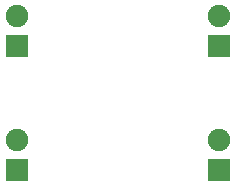
<source format=gbs>
G04 Layer: BottomSolderMaskLayer*
G04 EasyEDA Pro v2.2.37.7, 2025-06-16 05:36:05*
G04 Gerber Generator version 0.3*
G04 Scale: 100 percent, Rotated: No, Reflected: No*
G04 Dimensions in millimeters*
G04 Leading zeros omitted, absolute positions, 4 integers and 5 decimals*
%FSLAX45Y45*%
%MOMM*%
%AMRoundRect*1,1,$1,$2,$3*1,1,$1,$4,$5*1,1,$1,0-$2,0-$3*1,1,$1,0-$4,0-$5*20,1,$1,$2,$3,$4,$5,0*20,1,$1,$4,$5,0-$2,0-$3,0*20,1,$1,0-$2,0-$3,0-$4,0-$5,0*20,1,$1,0-$4,0-$5,$2,$3,0*4,1,4,$2,$3,$4,$5,0-$2,0-$3,0-$4,0-$5,$2,$3,0*%
%ADD10C,1.902*%
%ADD11RoundRect,0.09681X-0.90259X-0.90259X-0.90259X0.90259*%
G75*


G04 Pad Start*
G54D10*
G01X3644900Y-393700D03*
G54D11*
G01X3644900Y-647700D03*
G54D10*
G01X5359400Y-393700D03*
G54D11*
G01X5359400Y-647700D03*
G54D10*
G01X3644900Y-1447800D03*
G54D11*
G01X3644900Y-1701800D03*
G54D10*
G01X5359400Y-1447800D03*
G54D11*
G01X5359400Y-1701800D03*
G04 Pad End*

M02*


</source>
